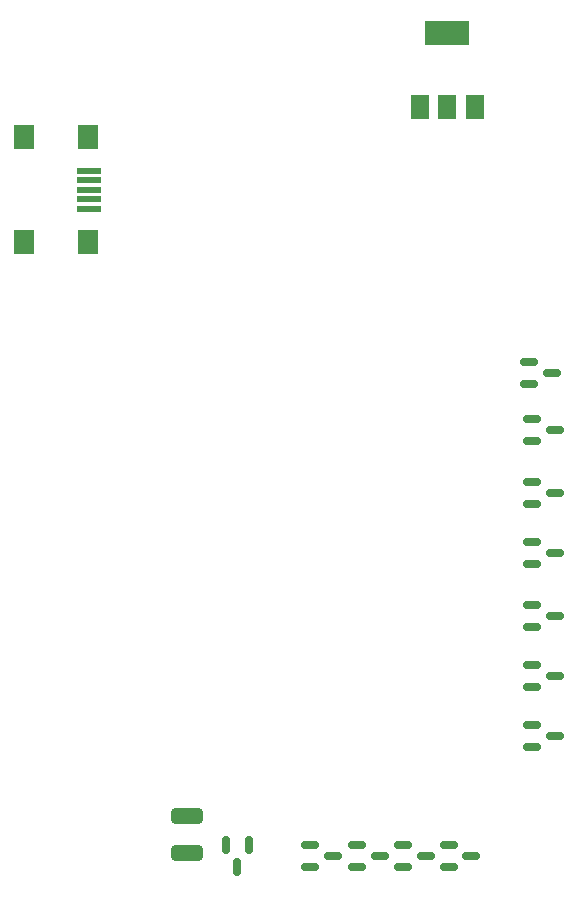
<source format=gbr>
%TF.GenerationSoftware,KiCad,Pcbnew,(6.0.9-0)*%
%TF.CreationDate,2023-10-19T19:17:49-04:00*%
%TF.ProjectId,clock,636c6f63-6b2e-46b6-9963-61645f706362,rev?*%
%TF.SameCoordinates,Original*%
%TF.FileFunction,Paste,Top*%
%TF.FilePolarity,Positive*%
%FSLAX46Y46*%
G04 Gerber Fmt 4.6, Leading zero omitted, Abs format (unit mm)*
G04 Created by KiCad (PCBNEW (6.0.9-0)) date 2023-10-19 19:17:49*
%MOMM*%
%LPD*%
G01*
G04 APERTURE LIST*
G04 Aperture macros list*
%AMRoundRect*
0 Rectangle with rounded corners*
0 $1 Rounding radius*
0 $2 $3 $4 $5 $6 $7 $8 $9 X,Y pos of 4 corners*
0 Add a 4 corners polygon primitive as box body*
4,1,4,$2,$3,$4,$5,$6,$7,$8,$9,$2,$3,0*
0 Add four circle primitives for the rounded corners*
1,1,$1+$1,$2,$3*
1,1,$1+$1,$4,$5*
1,1,$1+$1,$6,$7*
1,1,$1+$1,$8,$9*
0 Add four rect primitives between the rounded corners*
20,1,$1+$1,$2,$3,$4,$5,0*
20,1,$1+$1,$4,$5,$6,$7,0*
20,1,$1+$1,$6,$7,$8,$9,0*
20,1,$1+$1,$8,$9,$2,$3,0*%
G04 Aperture macros list end*
%ADD10RoundRect,0.150000X-0.587500X-0.150000X0.587500X-0.150000X0.587500X0.150000X-0.587500X0.150000X0*%
%ADD11RoundRect,0.150000X-0.150000X0.587500X-0.150000X-0.587500X0.150000X-0.587500X0.150000X0.587500X0*%
%ADD12RoundRect,0.250000X1.075000X-0.400000X1.075000X0.400000X-1.075000X0.400000X-1.075000X-0.400000X0*%
%ADD13R,2.000000X0.500000*%
%ADD14R,1.700000X2.000000*%
%ADD15R,1.500000X2.000000*%
%ADD16R,3.800000X2.000000*%
G04 APERTURE END LIST*
D10*
%TO.C,Q11*%
X59260500Y-68138000D03*
X59260500Y-70038000D03*
X61135500Y-69088000D03*
%TD*%
%TO.C,Q4*%
X44450000Y-83378000D03*
X44450000Y-85278000D03*
X46325000Y-84328000D03*
%TD*%
D11*
%TO.C,Q1*%
X35240000Y-83390500D03*
X33340000Y-83390500D03*
X34290000Y-85265500D03*
%TD*%
D10*
%TO.C,Q8*%
X59260500Y-52644000D03*
X59260500Y-54544000D03*
X61135500Y-53594000D03*
%TD*%
%TO.C,Q3*%
X48338500Y-83378000D03*
X48338500Y-85278000D03*
X50213500Y-84328000D03*
%TD*%
D12*
%TO.C,R1*%
X30042000Y-84064000D03*
X30042000Y-80964000D03*
%TD*%
D10*
%TO.C,Q6*%
X59006500Y-42484000D03*
X59006500Y-44384000D03*
X60881500Y-43434000D03*
%TD*%
D13*
%TO.C,J2*%
X21750000Y-26340000D03*
X21750000Y-27140000D03*
X21750000Y-27940000D03*
X21750000Y-28740000D03*
X21750000Y-29540000D03*
D14*
X16200000Y-32390000D03*
X16200000Y-23490000D03*
X21650000Y-32390000D03*
X21650000Y-23490000D03*
%TD*%
D15*
%TO.C,U2*%
X49770000Y-20930000D03*
X52070000Y-20930000D03*
X54370000Y-20930000D03*
D16*
X52070000Y-14630000D03*
%TD*%
D10*
%TO.C,Q7*%
X59260500Y-47310000D03*
X59260500Y-49210000D03*
X61135500Y-48260000D03*
%TD*%
%TO.C,Q10*%
X59260500Y-63058000D03*
X59260500Y-64958000D03*
X61135500Y-64008000D03*
%TD*%
%TO.C,Q12*%
X59260500Y-73218000D03*
X59260500Y-75118000D03*
X61135500Y-74168000D03*
%TD*%
%TO.C,Q5*%
X40464500Y-83378000D03*
X40464500Y-85278000D03*
X42339500Y-84328000D03*
%TD*%
%TO.C,Q2*%
X52218500Y-83378000D03*
X52218500Y-85278000D03*
X54093500Y-84328000D03*
%TD*%
%TO.C,Q9*%
X59260500Y-57724000D03*
X59260500Y-59624000D03*
X61135500Y-58674000D03*
%TD*%
M02*

</source>
